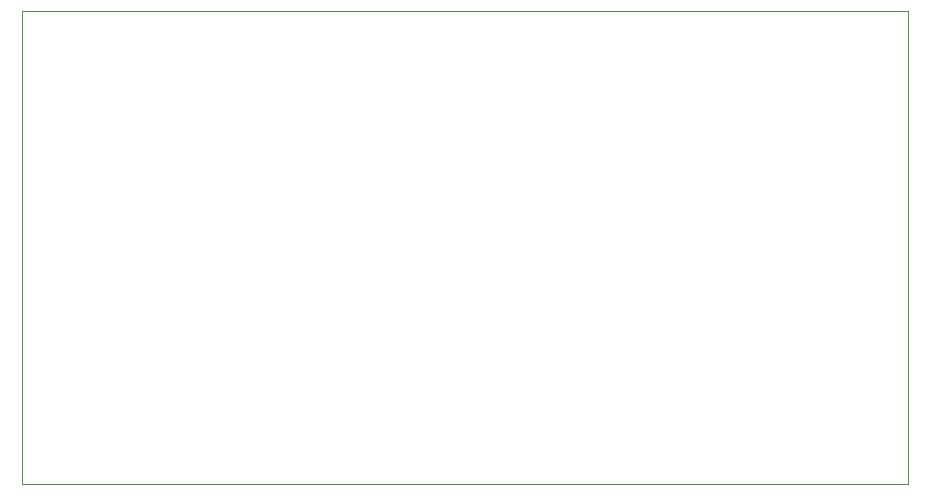
<source format=gbr>
%TF.GenerationSoftware,KiCad,Pcbnew,8.0.4*%
%TF.CreationDate,2024-08-25T14:26:38+02:00*%
%TF.ProjectId,cooking_thermometer,636f6f6b-696e-4675-9f74-6865726d6f6d,rev?*%
%TF.SameCoordinates,Original*%
%TF.FileFunction,Profile,NP*%
%FSLAX46Y46*%
G04 Gerber Fmt 4.6, Leading zero omitted, Abs format (unit mm)*
G04 Created by KiCad (PCBNEW 8.0.4) date 2024-08-25 14:26:38*
%MOMM*%
%LPD*%
G01*
G04 APERTURE LIST*
%TA.AperFunction,Profile*%
%ADD10C,0.050000*%
%TD*%
G04 APERTURE END LIST*
D10*
X147400000Y-76200000D02*
X222400000Y-76200000D01*
X222400000Y-116200000D01*
X147400000Y-116200000D01*
X147400000Y-76200000D01*
M02*

</source>
